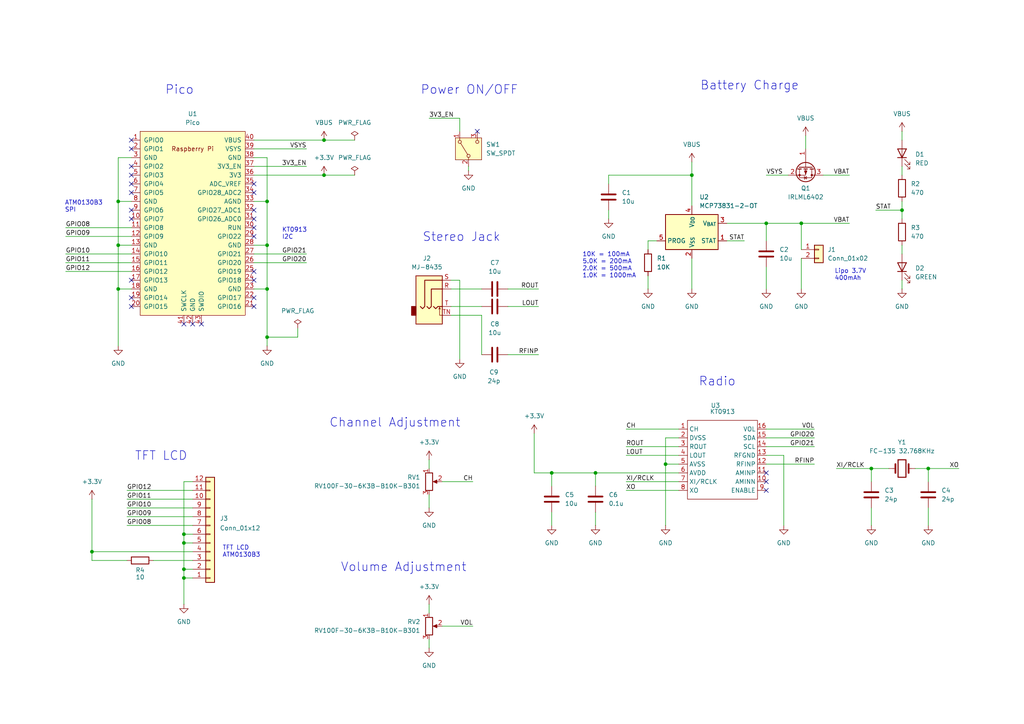
<source format=kicad_sch>
(kicad_sch (version 20231120) (generator "eeschema") (generator_version "8.0")
  (paper "A4")
  (title_block (title "DSP Radio") (date "2024-09-04") (rev "1.0.0") (company "stonedev-app"))
  (lib_symbols
    (symbol "Battery_Management:MCP73831-2-OT"
      (property "Reference" "U" (at -7.62 6.35 0))
      (property "Value" "MCP73831-2-OT" (at 1.27 6.35 0))
      (symbol "MCP73831-2-OT_0_1"
        (rectangle (start -7.62 5.08) (end 7.62 -5.08) (stroke (width 0.254)) (fill (type background)))
      )
      (symbol "MCP73831-2-OT_1_1"
        (pin tri_state line (at 10.16 -2.54 180) (length 2.54) (name "STAT") (number "1"))
        (pin power_in line (at 0 -7.62 90) (length 2.54) (name "V_{SS}") (number "2"))
        (pin power_out line (at 10.16 2.54 180) (length 2.54) (name "V_{BAT}") (number "3"))
        (pin power_in line (at 0 7.62 270) (length 2.54) (name "V_{DD}") (number "4"))
        (pin input line (at -10.16 -2.54 0) (length 2.54) (name "PROG") (number "5"))
      )
    )
    (symbol "Connector_Audio:AudioJack3_SwitchT"
      (property "Reference" "J" (at 0 8.89 0))
      (property "Value" "AudioJack3_SwitchT" (at 0 6.35 0))
      (symbol "AudioJack3_SwitchT_0_1"
        (rectangle (start -5.08 -5.08) (end -6.35 -7.62) (stroke (width 0.254)) (fill (type outline)))
        (polyline (pts (xy 1.778 -5.334) (xy 2.032 -5.842)))
        (polyline (pts (xy 0 -5.08) (xy 0.635 -5.715) (xy 1.27 -5.08) (xy 2.54 -5.08)) (stroke (width 0.254)))
        (polyline (pts (xy 2.54 -7.62) (xy 1.778 -7.62) (xy 1.778 -5.334) (xy 1.524 -5.842)))
        (polyline (pts (xy -1.905 -5.08) (xy -1.27 -5.715) (xy -0.635 -5.08) (xy -0.635 0) (xy 2.54 0)) (stroke (width 0.254)))
        (polyline (pts (xy 2.54 2.54) (xy -2.54 2.54) (xy -2.54 -5.08) (xy -3.175 -5.715) (xy -3.81 -5.08)) (stroke (width 0.254)))
        (rectangle (start 2.54 3.81) (end -5.08 -10.16) (stroke (width 0.254)) (fill (type background)))
      )
      (symbol "AudioJack3_SwitchT_1_1"
        (pin passive line (at 5.08 0 180) (length 2.54) (name "~") (number "R"))
        (pin passive line (at 5.08 2.54 180) (length 2.54) (name "~") (number "S"))
        (pin passive line (at 5.08 -5.08 180) (length 2.54) (name "~") (number "T"))
        (pin passive line (at 5.08 -7.62 180) (length 2.54) (name "~") (number "TN"))
      )
    )
    (symbol "Connector_Generic:Conn_01x02" (pin_names (offset 1.016) hide)
      (property "Reference" "J" (at 0 2.54 0))
      (property "Value" "Conn_01x02" (at 0 -5.08 0))
      (symbol "Conn_01x02_1_1"
        (rectangle (start -1.27 -2.413) (end 0 -2.667) (stroke (width 0.1524)))
        (rectangle (start -1.27 0.127) (end 0 -0.127) (stroke (width 0.1524)))
        (rectangle (start -1.27 1.27) (end 1.27 -3.81) (stroke (width 0.254)) (fill (type background)))
        (pin passive line (at -5.08 0 0) (length 3.81) (name "Pin_1") (number "1"))
        (pin passive line (at -5.08 -2.54 0) (length 3.81) (name "Pin_2") (number "2"))
      )
    )
    (symbol "Connector_Generic:Conn_01x12" (pin_names (offset 1.016) hide)
      (property "Reference" "J" (at 0 15.24 0))
      (property "Value" "Conn_01x12" (at 0 -17.78 0))
      (symbol "Conn_01x12_1_1"
        (rectangle (start -1.27 -15.113) (end 0 -15.367) (stroke (width 0.1524)))
        (rectangle (start -1.27 -12.573) (end 0 -12.827) (stroke (width 0.1524)))
        (rectangle (start -1.27 -10.033) (end 0 -10.287) (stroke (width 0.1524)))
        (rectangle (start -1.27 -7.493) (end 0 -7.747) (stroke (width 0.1524)))
        (rectangle (start -1.27 -4.953) (end 0 -5.207) (stroke (width 0.1524)))
        (rectangle (start -1.27 -2.413) (end 0 -2.667) (stroke (width 0.1524)))
        (rectangle (start -1.27 0.127) (end 0 -0.127) (stroke (width 0.1524)))
        (rectangle (start -1.27 2.667) (end 0 2.413) (stroke (width 0.1524)))
        (rectangle (start -1.27 5.207) (end 0 4.953) (stroke (width 0.1524)))
        (rectangle (start -1.27 7.747) (end 0 7.493) (stroke (width 0.1524)))
        (rectangle (start -1.27 10.287) (end 0 10.033) (stroke (width 0.1524)))
        (rectangle (start -1.27 12.827) (end 0 12.573) (stroke (width 0.1524)))
        (rectangle (start -1.27 13.97) (end 1.27 -16.51) (stroke (width 0.254)) (fill (type background)))
        (pin passive line (at -5.08 12.7 0) (length 3.81) (name "Pin_1") (number "1"))
        (pin passive line (at -5.08 -10.16 0) (length 3.81) (name "Pin_10") (number "10"))
        (pin passive line (at -5.08 -12.7 0) (length 3.81) (name "Pin_11") (number "11"))
        (pin passive line (at -5.08 -15.24 0) (length 3.81) (name "Pin_12") (number "12"))
        (pin passive line (at -5.08 10.16 0) (length 3.81) (name "Pin_2") (number "2"))
        (pin passive line (at -5.08 7.62 0) (length 3.81) (name "Pin_3") (number "3"))
        (pin passive line (at -5.08 5.08 0) (length 3.81) (name "Pin_4") (number "4"))
        (pin passive line (at -5.08 2.54 0) (length 3.81) (name "Pin_5") (number "5"))
        (pin passive line (at -5.08 0 0) (length 3.81) (name "Pin_6") (number "6"))
        (pin passive line (at -5.08 -2.54 0) (length 3.81) (name "Pin_7") (number "7"))
        (pin passive line (at -5.08 -5.08 0) (length 3.81) (name "Pin_8") (number "8"))
        (pin passive line (at -5.08 -7.62 0) (length 3.81) (name "Pin_9") (number "9"))
      )
    )
    (symbol "Device:C" (pin_numbers hide) (pin_names (offset 0.254))
      (property "Reference" "C" (at 0.635 2.54 0))
      (property "Value" "C" (at 0.635 -2.54 0))
      (symbol "C_0_1"
        (polyline (pts (xy -2.032 -0.762) (xy 2.032 -0.762)) (stroke (width 0.508)))
        (polyline (pts (xy -2.032 0.762) (xy 2.032 0.762)) (stroke (width 0.508)))
      )
      (symbol "C_1_1"
        (pin passive line (at 0 3.81 270) (length 2.794) (name "~") (number "1"))
        (pin passive line (at 0 -3.81 90) (length 2.794) (name "~") (number "2"))
      )
    )
    (symbol "Device:Crystal" (pin_numbers hide) (pin_names (offset 1.016) hide)
      (property "Reference" "Y" (at 0 3.81 0))
      (property "Value" "Crystal" (at 0 -3.81 0))
      (symbol "Crystal_0_1"
        (rectangle (start -1.143 2.54) (end 1.143 -2.54) (stroke (width 0.3048)))
        (polyline (pts (xy -2.54 0) (xy -1.905 0)))
        (polyline (pts (xy -1.905 -1.27) (xy -1.905 1.27)) (stroke (width 0.508)))
        (polyline (pts (xy 1.905 -1.27) (xy 1.905 1.27)) (stroke (width 0.508)))
        (polyline (pts (xy 2.54 0) (xy 1.905 0)))
      )
      (symbol "Crystal_1_1"
        (pin passive line (at -3.81 0 0) (length 1.27) (name "1") (number "1"))
        (pin passive line (at 3.81 0 180) (length 1.27) (name "2") (number "2"))
      )
    )
    (symbol "Device:LED" (pin_numbers hide) (pin_names (offset 1.016) hide)
      (property "Reference" "D" (at 0 2.54 0))
      (property "Value" "LED" (at 0 -2.54 0))
      (symbol "LED_0_1"
        (polyline (pts (xy -1.27 -1.27) (xy -1.27 1.27)) (stroke (width 0.254)))
        (polyline (pts (xy -1.27 0) (xy 1.27 0)))
        (polyline (pts (xy 1.27 -1.27) (xy 1.27 1.27) (xy -1.27 0) (xy 1.27 -1.27)) (stroke (width 0.254)))
        (polyline (pts (xy -3.048 -0.762) (xy -4.572 -2.286) (xy -3.81 -2.286) (xy -4.572 -2.286) (xy -4.572 -1.524)))
        (polyline (pts (xy -1.778 -0.762) (xy -3.302 -2.286) (xy -2.54 -2.286) (xy -3.302 -2.286) (xy -3.302 -1.524)))
      )
      (symbol "LED_1_1"
        (pin passive line (at -3.81 0 0) (length 2.54) (name "K") (number "1"))
        (pin passive line (at 3.81 0 180) (length 2.54) (name "A") (number "2"))
      )
    )
    (symbol "Device:R" (pin_numbers hide) (pin_names (offset 0))
      (property "Reference" "R" (at 2.032 0 90))
      (property "Value" "R" (at 0 0 90))
      (symbol "R_0_1"
        (rectangle (start -1.016 -2.54) (end 1.016 2.54) (stroke (width 0.254)))
      )
      (symbol "R_1_1"
        (pin passive line (at 0 3.81 270) (length 1.27) (name "~") (number "1"))
        (pin passive line (at 0 -3.81 90) (length 1.27) (name "~") (number "2"))
      )
    )
    (symbol "Device:R_Potentiometer" (pin_names (offset 1.016) hide)
      (property "Reference" "RV" (at -4.445 0 90))
      (property "Value" "R_Potentiometer" (at -2.54 0 90))
      (symbol "R_Potentiometer_0_1"
        (polyline (pts (xy 2.54 0) (xy 1.524 0)))
        (polyline (pts (xy 1.143 0) (xy 2.286 0.508) (xy 2.286 -0.508) (xy 1.143 0)) (fill (type outline)))
        (rectangle (start 1.016 2.54) (end -1.016 -2.54) (stroke (width 0.254)))
      )
      (symbol "R_Potentiometer_1_1"
        (pin passive line (at 0 3.81 270) (length 1.27) (name "1") (number "1"))
        (pin passive line (at 3.81 0 180) (length 1.27) (name "2") (number "2"))
        (pin passive line (at 0 -3.81 90) (length 1.27) (name "3") (number "3"))
      )
    )
    (symbol "KTMicro:KT0913"
      (property "Reference" "U" (at -2.032 14.478 0))
      (property "Value" "KT0913" (at 0.762 11.938 0))
      (symbol "KT0913_0_1"
        (rectangle (start -10.16 10.16) (end 10.16 -12.7))
      )
      (symbol "KT0913_1_0"
        (pin passive line (at 12.7 -7.62 180) (length 2.54) (name "AMINN") (number "10"))
        (pin passive line (at 12.7 -5.08 180) (length 2.54) (name "AMINP") (number "11"))
        (pin passive line (at 12.7 -2.54 180) (length 2.54) (name "RFINP") (number "12"))
        (pin passive line (at 12.7 0 180) (length 2.54) (name "RFGND") (number "13"))
        (pin passive line (at 12.7 2.54 180) (length 2.54) (name "SCL") (number "14"))
        (pin passive line (at 12.7 5.08 180) (length 2.54) (name "SDA") (number "15"))
        (pin passive line (at 12.7 7.62 180) (length 2.54) (name "VOL") (number "16"))
        (pin passive line (at -12.7 5.08 0) (length 2.54) (name "DVSS") (number "2"))
        (pin passive line (at -12.7 2.54 0) (length 2.54) (name "ROUT") (number "3"))
        (pin passive line (at -12.7 0 0) (length 2.54) (name "LOUT") (number "4"))
        (pin passive line (at -12.7 -2.54 0) (length 2.54) (name "AVSS") (number "5"))
        (pin passive line (at -12.7 -5.08 0) (length 2.54) (name "AVDD") (number "6"))
        (pin passive line (at -12.7 -7.62 0) (length 2.54) (name "XI/RCLK") (number "7"))
        (pin passive line (at -12.7 -10.16 0) (length 2.54) (name "XO") (number "8"))
        (pin passive line (at 12.7 -10.16 180) (length 2.54) (name "ENABLE") (number "9"))
      )
      (symbol "KT0913_1_1"
        (pin passive line (at -12.7 7.62 0) (length 2.54) (name "CH") (number "1"))
      )
    )
    (symbol "RPi_Pico:Pico" (pin_names (offset 1.016))
      (property "Reference" "U" (at -13.97 27.94 0))
      (property "Value" "Pico" (at 0 19.05 0))
      (symbol "Pico_0_0"
        (text "Raspberry Pi" (at 0 21.59 0) (effects (font (size 1.27 1.27))))
      )
      (symbol "Pico_0_1"
        (rectangle (start -15.24 26.67) (end 15.24 -26.67) (fill (type background)))
      )
      (symbol "Pico_1_1"
        (pin bidirectional line (at -17.78 24.13 0) (length 2.54) (name "GPIO0") (number "1"))
        (pin bidirectional line (at -17.78 1.27 0) (length 2.54) (name "GPIO7") (number "10"))
        (pin bidirectional line (at -17.78 -1.27 0) (length 2.54) (name "GPIO8") (number "11"))
        (pin bidirectional line (at -17.78 -3.81 0) (length 2.54) (name "GPIO9") (number "12"))
        (pin power_in line (at -17.78 -6.35 0) (length 2.54) (name "GND") (number "13"))
        (pin bidirectional line (at -17.78 -8.89 0) (length 2.54) (name "GPIO10") (number "14"))
        (pin bidirectional line (at -17.78 -11.43 0) (length 2.54) (name "GPIO11") (number "15"))
        (pin bidirectional line (at -17.78 -13.97 0) (length 2.54) (name "GPIO12") (number "16"))
        (pin bidirectional line (at -17.78 -16.51 0) (length 2.54) (name "GPIO13") (number "17"))
        (pin power_in line (at -17.78 -19.05 0) (length 2.54) (name "GND") (number "18"))
        (pin bidirectional line (at -17.78 -21.59 0) (length 2.54) (name "GPIO14") (number "19"))
        (pin bidirectional line (at -17.78 21.59 0) (length 2.54) (name "GPIO1") (number "2"))
        (pin bidirectional line (at -17.78 -24.13 0) (length 2.54) (name "GPIO15") (number "20"))
        (pin bidirectional line (at 17.78 -24.13 180) (length 2.54) (name "GPIO16") (number "21"))
        (pin bidirectional line (at 17.78 -21.59 180) (length 2.54) (name "GPIO17") (number "22"))
        (pin power_in line (at 17.78 -19.05 180) (length 2.54) (name "GND") (number "23"))
        (pin bidirectional line (at 17.78 -16.51 180) (length 2.54) (name "GPIO18") (number "24"))
        (pin bidirectional line (at 17.78 -13.97 180) (length 2.54) (name "GPIO19") (number "25"))
        (pin bidirectional line (at 17.78 -11.43 180) (length 2.54) (name "GPIO20") (number "26"))
        (pin bidirectional line (at 17.78 -8.89 180) (length 2.54) (name "GPIO21") (number "27"))
        (pin power_in line (at 17.78 -6.35 180) (length 2.54) (name "GND") (number "28"))
        (pin bidirectional line (at 17.78 -3.81 180) (length 2.54) (name "GPIO22") (number "29"))
        (pin power_in line (at -17.78 19.05 0) (length 2.54) (name "GND") (number "3"))
        (pin input line (at 17.78 -1.27 180) (length 2.54) (name "RUN") (number "30"))
        (pin bidirectional line (at 17.78 1.27 180) (length 2.54) (name "GPIO26_ADC0") (number "31"))
        (pin bidirectional line (at 17.78 3.81 180) (length 2.54) (name "GPIO27_ADC1") (number "32"))
        (pin power_in line (at 17.78 6.35 180) (length 2.54) (name "AGND") (number "33"))
        (pin bidirectional line (at 17.78 8.89 180) (length 2.54) (name "GPIO28_ADC2") (number "34"))
        (pin unspecified line (at 17.78 11.43 180) (length 2.54) (name "ADC_VREF") (number "35"))
        (pin unspecified line (at 17.78 13.97 180) (length 2.54) (name "3V3") (number "36"))
        (pin input line (at 17.78 16.51 180) (length 2.54) (name "3V3_EN") (number "37"))
        (pin bidirectional line (at 17.78 19.05 180) (length 2.54) (name "GND") (number "38"))
        (pin unspecified line (at 17.78 21.59 180) (length 2.54) (name "VSYS") (number "39"))
        (pin bidirectional line (at -17.78 16.51 0) (length 2.54) (name "GPIO2") (number "4"))
        (pin unspecified line (at 17.78 24.13 180) (length 2.54) (name "VBUS") (number "40"))
        (pin input line (at -2.54 -29.21 90) (length 2.54) (name "SWCLK") (number "41"))
        (pin power_in line (at 0 -29.21 90) (length 2.54) (name "GND") (number "42"))
        (pin bidirectional line (at 2.54 -29.21 90) (length 2.54) (name "SWDIO") (number "43"))
        (pin bidirectional line (at -17.78 13.97 0) (length 2.54) (name "GPIO3") (number "5"))
        (pin bidirectional line (at -17.78 11.43 0) (length 2.54) (name "GPIO4") (number "6"))
        (pin bidirectional line (at -17.78 8.89 0) (length 2.54) (name "GPIO5") (number "7"))
        (pin power_in line (at -17.78 6.35 0) (length 2.54) (name "GND") (number "8"))
        (pin bidirectional line (at -17.78 3.81 0) (length 2.54) (name "GPIO6") (number "9"))
      )
    )
    (symbol "Switch:SW_SPDT" (pin_names (offset 0) hide)
      (property "Reference" "SW" (at 0 5.08 0))
      (property "Value" "SW_SPDT" (at 0 -5.08 0))
      (symbol "SW_SPDT_0_1"
        (circle (center -2.032 0) (radius 0.4572))
        (polyline (pts (xy -1.651 0.254) (xy 1.651 2.286)))
        (circle (center 2.032 -2.54) (radius 0.4572))
        (circle (center 2.032 2.54) (radius 0.4572))
      )
      (symbol "SW_SPDT_1_1"
        (rectangle (start -3.175 3.81) (end 3.175 -3.81) (fill (type background)))
        (pin passive line (at 5.08 2.54 180) (length 2.54) (name "A") (number "1"))
        (pin passive line (at -5.08 0 0) (length 2.54) (name "B") (number "2"))
        (pin passive line (at 5.08 -2.54 180) (length 2.54) (name "C") (number "3"))
      )
    )
    (symbol "Transistor_FET:IRLML6402" (pin_names hide)
      (property "Reference" "Q" (at 5.08 1.905 0))
      (property "Value" "IRLML6402" (at 5.08 0 0))
      (symbol "IRLML6402_0_1"
        (polyline (pts (xy 0.254 0) (xy -2.54 0)))
        (polyline (pts (xy 0.254 1.905) (xy 0.254 -1.905)) (stroke (width 0.254)))
        (polyline (pts (xy 0.762 -1.27) (xy 0.762 -2.286)) (stroke (width 0.254)))
        (polyline (pts (xy 0.762 0.508) (xy 0.762 -0.508)) (stroke (width 0.254)))
        (polyline (pts (xy 0.762 2.286) (xy 0.762 1.27)) (stroke (width 0.254)))
        (polyline (pts (xy 2.54 2.54) (xy 2.54 1.778)))
        (polyline (pts (xy 2.54 -2.54) (xy 2.54 0) (xy 0.762 0)))
        (polyline (pts (xy 0.762 1.778) (xy 3.302 1.778) (xy 3.302 -1.778) (xy 0.762 -1.778)))
        (polyline (pts (xy 2.286 0) (xy 1.27 0.381) (xy 1.27 -0.381) (xy 2.286 0)) (fill (type outline)))
        (polyline (pts (xy 2.794 -0.508) (xy 2.921 -0.381) (xy 3.683 -0.381) (xy 3.81 -0.254)))
        (polyline (pts (xy 3.302 -0.381) (xy 2.921 0.254) (xy 3.683 0.254) (xy 3.302 -0.381)))
        (circle (center 1.651 0) (radius 2.794) (stroke (width 0.254)))
        (circle (center 2.54 -1.778) (radius 0.254) (fill (type outline)))
        (circle (center 2.54 1.778) (radius 0.254) (fill (type outline)))
      )
      (symbol "IRLML6402_1_1"
        (pin input line (at -5.08 0 0) (length 2.54) (name "G") (number "1"))
        (pin passive line (at 2.54 -5.08 90) (length 2.54) (name "S") (number "2"))
        (pin passive line (at 2.54 5.08 270) (length 2.54) (name "D") (number "3"))
      )
    )
    (symbol "power:+3.3V" (power) (pin_numbers hide) (pin_names (offset 0) hide)
      (property "Value" "+3.3V" (at 0 3.556 0))
      (symbol "+3.3V_0_1"
        (polyline (pts (xy -0.762 1.27) (xy 0 2.54)))
        (polyline (pts (xy 0 0) (xy 0 2.54)))
        (polyline (pts (xy 0 2.54) (xy 0.762 1.27)))
      )
      (symbol "+3.3V_1_1"
        (pin power_in line (at 0 0 90) (length 0) (name "~") (number "1"))
      )
    )
    (symbol "power:GND" (power) (pin_numbers hide) (pin_names (offset 0) hide)
      (property "Value" "GND" (at 0 -3.81 0))
      (symbol "GND_0_1"
        (polyline (pts (xy 0 0) (xy 0 -1.27) (xy 1.27 -1.27) (xy 0 -2.54) (xy -1.27 -1.27) (xy 0 -1.27)))
      )
      (symbol "GND_1_1"
        (pin power_in line (at 0 0 270) (length 0) (name "~") (number "1"))
      )
    )
    (symbol "power:PWR_FLAG" (power) (pin_numbers hide) (pin_names (offset 0) hide)
      (property "Value" "PWR_FLAG" (at 0 3.81 0))
      (symbol "PWR_FLAG_0_0"
        (pin power_out line (at 0 0 90) (length 0) (name "~") (number "1"))
      )
      (symbol "PWR_FLAG_0_1"
        (polyline (pts (xy 0 0) (xy 0 1.27) (xy -1.016 1.905) (xy 0 2.54) (xy 1.016 1.905) (xy 0 1.27)))
      )
    )
    (symbol "power:VBUS" (power) (pin_numbers hide) (pin_names (offset 0) hide)
      (property "Value" "VBUS" (at 0 3.556 0))
      (symbol "VBUS_0_1"
        (polyline (pts (xy -0.762 1.27) (xy 0 2.54)))
        (polyline (pts (xy 0 0) (xy 0 2.54)))
        (polyline (pts (xy 0 2.54) (xy 0.762 1.27)))
      )
      (symbol "VBUS_1_1"
        (pin power_in line (at 0 0 90) (length 0) (name "~") (number "1"))
      )
    )
  )
  (junction (at 34.29 58.42))
  (junction (at 222.25 64.77))
  (junction (at 34.29 83.82))
  (junction (at 93.98 50.8))
  (junction (at 193.04 134.62))
  (junction (at 53.34 167.64))
  (junction (at 34.29 71.12))
  (junction (at 93.98 40.64))
  (junction (at 252.73 135.89))
  (junction (at 160.02 137.16))
  (junction (at 53.34 154.94))
  (junction (at 77.47 71.12))
  (junction (at 26.67 160.02))
  (junction (at 77.47 97.79))
  (junction (at 269.24 135.89))
  (junction (at 77.47 83.82))
  (junction (at 53.34 165.1))
  (junction (at 200.66 50.8))
  (junction (at 172.72 137.16))
  (junction (at 261.62 60.96))
  (junction (at 77.47 58.42))
  (junction (at 53.34 157.48))
  (junction (at 232.41 64.77))
  (no_connect (at 73.66 88.9))
  (no_connect (at 73.66 60.96))
  (no_connect (at 38.1 48.26))
  (no_connect (at 73.66 66.04))
  (no_connect (at 38.1 40.64))
  (no_connect (at 38.1 53.34))
  (no_connect (at 38.1 88.9))
  (no_connect (at 73.66 63.5))
  (no_connect (at 222.25 142.24))
  (no_connect (at 73.66 53.34))
  (no_connect (at 138.43 38.1))
  (no_connect (at 38.1 50.8))
  (no_connect (at 73.66 78.74))
  (no_connect (at 55.88 93.98))
  (no_connect (at 53.34 93.98))
  (no_connect (at 38.1 63.5))
  (no_connect (at 222.25 137.16))
  (no_connect (at 38.1 60.96))
  (no_connect (at 38.1 55.88))
  (no_connect (at 222.25 139.7))
  (no_connect (at 73.66 68.58))
  (no_connect (at 38.1 86.36))
  (no_connect (at 58.42 93.98))
  (no_connect (at 73.66 81.28))
  (no_connect (at 73.66 55.88))
  (no_connect (at 38.1 81.28))
  (no_connect (at 73.66 86.36))
  (no_connect (at 38.1 43.18))
  (wire (pts (xy 160.02 148.59) (xy 160.02 152.4)))
  (wire (pts (xy 53.34 154.94) (xy 53.34 157.48)))
  (wire (pts (xy 130.81 81.28) (xy 133.35 81.28)))
  (wire (pts (xy 222.25 50.8) (xy 228.6 50.8)))
  (wire (pts (xy 147.32 83.82) (xy 156.21 83.82)))
  (wire (pts (xy 193.04 134.62) (xy 193.04 152.4)))
  (wire (pts (xy 139.7 91.44) (xy 139.7 102.87)))
  (wire (pts (xy 73.66 71.12) (xy 77.47 71.12)))
  (wire (pts (xy 222.25 132.08) (xy 227.33 132.08)))
  (wire (pts (xy 187.96 80.01) (xy 187.96 83.82)))
  (wire (pts (xy 86.36 95.25) (xy 86.36 97.79)))
  (wire (pts (xy 86.36 97.79) (xy 77.47 97.79)))
  (wire (pts (xy 124.46 34.29) (xy 133.35 34.29)))
  (wire (pts (xy 227.33 132.08) (xy 227.33 152.4)))
  (wire (pts (xy 252.73 135.89) (xy 252.73 139.7)))
  (wire (pts (xy 187.96 69.85) (xy 187.96 72.39)))
  (wire (pts (xy 261.62 38.1) (xy 261.62 40.64)))
  (wire (pts (xy 130.81 83.82) (xy 139.7 83.82)))
  (wire (pts (xy 77.47 83.82) (xy 77.47 97.79)))
  (wire (pts (xy 128.27 181.61) (xy 137.16 181.61)))
  (wire (pts (xy 193.04 134.62) (xy 196.85 134.62)))
  (wire (pts (xy 222.25 77.47) (xy 222.25 83.82)))
  (wire (pts (xy 222.25 129.54) (xy 236.22 129.54)))
  (wire (pts (xy 53.34 167.64) (xy 53.34 175.26)))
  (wire (pts (xy 233.68 39.37) (xy 233.68 43.18)))
  (wire (pts (xy 147.32 88.9) (xy 156.21 88.9)))
  (wire (pts (xy 269.24 147.32) (xy 269.24 152.4)))
  (wire (pts (xy 200.66 50.8) (xy 200.66 59.69)))
  (wire (pts (xy 19.05 73.66) (xy 38.1 73.66)))
  (wire (pts (xy 181.61 142.24) (xy 196.85 142.24)))
  (wire (pts (xy 55.88 139.7) (xy 53.34 139.7)))
  (wire (pts (xy 36.83 162.56) (xy 26.67 162.56)))
  (wire (pts (xy 73.66 48.26) (xy 88.9 48.26)))
  (wire (pts (xy 222.25 64.77) (xy 222.25 69.85)))
  (wire (pts (xy 133.35 34.29) (xy 133.35 38.1)))
  (wire (pts (xy 77.47 45.72) (xy 77.47 58.42)))
  (wire (pts (xy 200.66 74.93) (xy 200.66 83.82)))
  (wire (pts (xy 55.88 160.02) (xy 26.67 160.02)))
  (wire (pts (xy 124.46 133.35) (xy 124.46 135.89)))
  (wire (pts (xy 252.73 135.89) (xy 257.81 135.89)))
  (wire (pts (xy 55.88 157.48) (xy 53.34 157.48)))
  (wire (pts (xy 147.32 102.87) (xy 156.21 102.87)))
  (wire (pts (xy 269.24 135.89) (xy 278.13 135.89)))
  (wire (pts (xy 124.46 175.26) (xy 124.46 177.8)))
  (wire (pts (xy 261.62 60.96) (xy 261.62 63.5)))
  (wire (pts (xy 200.66 46.99) (xy 200.66 50.8)))
  (wire (pts (xy 73.66 43.18) (xy 88.9 43.18)))
  (wire (pts (xy 160.02 137.16) (xy 154.94 137.16)))
  (wire (pts (xy 44.45 162.56) (xy 55.88 162.56)))
  (wire (pts (xy 176.53 50.8) (xy 200.66 50.8)))
  (wire (pts (xy 77.47 58.42) (xy 77.47 71.12)))
  (wire (pts (xy 124.46 143.51) (xy 124.46 147.32)))
  (wire (pts (xy 34.29 71.12) (xy 34.29 83.82)))
  (wire (pts (xy 154.94 137.16) (xy 154.94 125.73)))
  (wire (pts (xy 36.83 152.4) (xy 55.88 152.4)))
  (wire (pts (xy 160.02 137.16) (xy 160.02 140.97)))
  (wire (pts (xy 196.85 127) (xy 193.04 127)))
  (wire (pts (xy 73.66 83.82) (xy 77.47 83.82)))
  (wire (pts (xy 261.62 58.42) (xy 261.62 60.96)))
  (wire (pts (xy 26.67 160.02) (xy 26.67 144.78)))
  (wire (pts (xy 265.43 135.89) (xy 269.24 135.89)))
  (wire (pts (xy 36.83 149.86) (xy 55.88 149.86)))
  (wire (pts (xy 38.1 71.12) (xy 34.29 71.12)))
  (wire (pts (xy 34.29 83.82) (xy 34.29 100.33)))
  (wire (pts (xy 130.81 91.44) (xy 139.7 91.44)))
  (wire (pts (xy 172.72 137.16) (xy 160.02 137.16)))
  (wire (pts (xy 19.05 76.2) (xy 38.1 76.2)))
  (wire (pts (xy 19.05 68.58) (xy 38.1 68.58)))
  (wire (pts (xy 53.34 165.1) (xy 55.88 165.1)))
  (wire (pts (xy 232.41 64.77) (xy 246.38 64.77)))
  (wire (pts (xy 36.83 144.78) (xy 55.88 144.78)))
  (wire (pts (xy 34.29 45.72) (xy 34.29 58.42)))
  (wire (pts (xy 38.1 83.82) (xy 34.29 83.82)))
  (wire (pts (xy 222.25 127) (xy 236.22 127)))
  (wire (pts (xy 55.88 154.94) (xy 53.34 154.94)))
  (wire (pts (xy 73.66 73.66) (xy 88.9 73.66)))
  (wire (pts (xy 222.25 64.77) (xy 232.41 64.77)))
  (wire (pts (xy 190.5 69.85) (xy 187.96 69.85)))
  (wire (pts (xy 55.88 167.64) (xy 53.34 167.64)))
  (wire (pts (xy 176.53 53.34) (xy 176.53 50.8)))
  (wire (pts (xy 38.1 58.42) (xy 34.29 58.42)))
  (wire (pts (xy 172.72 137.16) (xy 172.72 140.97)))
  (wire (pts (xy 269.24 135.89) (xy 269.24 139.7)))
  (wire (pts (xy 73.66 45.72) (xy 77.47 45.72)))
  (wire (pts (xy 196.85 137.16) (xy 172.72 137.16)))
  (wire (pts (xy 73.66 76.2) (xy 88.9 76.2)))
  (wire (pts (xy 93.98 40.64) (xy 102.87 40.64)))
  (wire (pts (xy 26.67 162.56) (xy 26.67 160.02)))
  (wire (pts (xy 124.46 185.42) (xy 124.46 187.96)))
  (wire (pts (xy 77.47 71.12) (xy 77.47 83.82)))
  (wire (pts (xy 93.98 50.8) (xy 102.87 50.8)))
  (wire (pts (xy 34.29 58.42) (xy 34.29 71.12)))
  (wire (pts (xy 77.47 97.79) (xy 77.47 100.33)))
  (wire (pts (xy 73.66 40.64) (xy 93.98 40.64)))
  (wire (pts (xy 193.04 127) (xy 193.04 134.62)))
  (wire (pts (xy 176.53 60.96) (xy 176.53 63.5)))
  (wire (pts (xy 19.05 78.74) (xy 38.1 78.74)))
  (wire (pts (xy 135.89 48.26) (xy 135.89 49.53)))
  (wire (pts (xy 38.1 45.72) (xy 34.29 45.72)))
  (wire (pts (xy 261.62 48.26) (xy 261.62 50.8)))
  (wire (pts (xy 53.34 139.7) (xy 53.34 154.94)))
  (wire (pts (xy 133.35 81.28) (xy 133.35 104.14)))
  (wire (pts (xy 181.61 124.46) (xy 196.85 124.46)))
  (wire (pts (xy 181.61 129.54) (xy 196.85 129.54)))
  (wire (pts (xy 232.41 74.93) (xy 232.41 83.82)))
  (wire (pts (xy 181.61 132.08) (xy 196.85 132.08)))
  (wire (pts (xy 128.27 139.7) (xy 137.16 139.7)))
  (wire (pts (xy 172.72 148.59) (xy 172.72 152.4)))
  (wire (pts (xy 261.62 81.28) (xy 261.62 83.82)))
  (wire (pts (xy 222.25 134.62) (xy 236.22 134.62)))
  (wire (pts (xy 261.62 71.12) (xy 261.62 73.66)))
  (wire (pts (xy 210.82 64.77) (xy 222.25 64.77)))
  (wire (pts (xy 254 60.96) (xy 261.62 60.96)))
  (wire (pts (xy 130.81 88.9) (xy 139.7 88.9)))
  (wire (pts (xy 19.05 66.04) (xy 38.1 66.04)))
  (wire (pts (xy 210.82 69.85) (xy 215.9 69.85)))
  (wire (pts (xy 238.76 50.8) (xy 246.38 50.8)))
  (wire (pts (xy 53.34 157.48) (xy 53.34 165.1)))
  (wire (pts (xy 73.66 50.8) (xy 93.98 50.8)))
  (wire (pts (xy 252.73 147.32) (xy 252.73 152.4)))
  (wire (pts (xy 242.57 135.89) (xy 252.73 135.89)))
  (wire (pts (xy 53.34 165.1) (xy 53.34 167.64)))
  (wire (pts (xy 222.25 124.46) (xy 236.22 124.46)))
  (wire (pts (xy 36.83 147.32) (xy 55.88 147.32)))
  (wire (pts (xy 36.83 142.24) (xy 55.88 142.24)))
  (wire (pts (xy 181.61 139.7) (xy 196.85 139.7)))
  (wire (pts (xy 232.41 64.77) (xy 232.41 72.39)))
  (wire (pts (xy 73.66 58.42) (xy 77.47 58.42)))
  (text "Volume Adjustment" (at 117.094 164.592 0) (effects (font (size 2.54 2.54))))
  (text "Battery Charge" (at 217.424 24.892 0) (effects (font (size 2.54 2.54))))
  (text "Stereo Jack" (at 133.858 68.834 0) (effects (font (size 2.54 2.54))))
  (text "Pico" (at 52.07 26.162 0) (effects (font (size 2.54 2.54))))
  (text "Radio" (at 208.026 110.744 0) (effects (font (size 2.54 2.54))))
  (text "10K = 100mA\n5.0K = 200mA\n2.0K = 500mA\n1.0K = 1000mA" (at 168.91 76.962 0) (effects (font (size 1.27 1.27)) (justify left)))
  (text "Power ON/OFF" (at 136.144 26.162 0) (effects (font (size 2.54 2.54))))
  (text "Lipo 3.7V\n400mAh" (at 242.062 79.756 0) (effects (font (size 1.27 1.27)) (justify left)))
  (text "TFT LCD\nATM0130B3" (at 64.516 160.02 0) (effects (font (size 1.27 1.27)) (justify left)))
  (text "Channel Adjustment" (at 114.554 122.682 0) (effects (font (size 2.54 2.54))))
  (text "TFT LCD" (at 46.736 132.334 0) (effects (font (size 2.54 2.54))))
  (text "ATM0130B3\nSPI" (at 18.796 59.944 0) (effects (font (size 1.27 1.27)) (justify left)))
  (text "KT0913\nI2C" (at 81.788 67.818 0) (effects (font (size 1.27 1.27)) (justify left)))
  (label "GPIO10" (at 36.83 147.32 0))
  (label "GPIO21" (at 88.9 73.66 180))
  (label "RFINP" (at 156.21 102.87 180))
  (label "VBAT" (at 246.38 64.77 180))
  (label "GPIO08" (at 36.83 152.4 0))
  (label "CH" (at 181.61 124.46 0))
  (label "RFINP" (at 236.22 134.62 180))
  (label "LOUT" (at 156.21 88.9 180))
  (label "XI{slash}RCLK" (at 242.57 135.89 0))
  (label "GPIO08" (at 19.05 66.04 0))
  (label "CH" (at 137.16 139.7 180))
  (label "GPIO20" (at 88.9 76.2 180))
  (label "GPIO11" (at 36.83 144.78 0))
  (label "ROUT" (at 156.21 83.82 180))
  (label "VSYS" (at 222.25 50.8 0))
  (label "VOL" (at 137.16 181.61 180))
  (label "GPIO09" (at 36.83 149.86 0))
  (label "STAT" (at 254 60.96 0))
  (label "XO" (at 278.13 135.89 180))
  (label "GPIO12" (at 19.05 78.74 0))
  (label "GPIO09" (at 19.05 68.58 0))
  (label "VOL" (at 236.22 124.46 180))
  (label "VBAT" (at 246.38 50.8 180))
  (label "VSYS" (at 88.9 43.18 180))
  (label "GPIO11" (at 19.05 76.2 0))
  (label "XO" (at 181.61 142.24 0))
  (label "STAT" (at 215.9 69.85 180))
  (label "LOUT" (at 181.61 132.08 0))
  (label "GPIO20" (at 236.22 127 180))
  (label "3V3_EN" (at 88.9 48.26 180))
  (label "GPIO12" (at 36.83 142.24 0))
  (label "GPIO21" (at 236.22 129.54 180))
  (label "GPIO10" (at 19.05 73.66 0))
  (label "ROUT" (at 181.61 129.54 0))
  (label "XI{slash}RCLK" (at 181.61 139.7 0))
  (label "3V3_EN" (at 124.46 34.29 0))
  (symbol (lib_id "power:VBUS") (at 200.66 46.99 0) (unit 1)
    (property "Reference" "#PWR09" (effects (hide yes)))
    (property "Value" "VBUS" (at 200.66 41.91 0))
    (property "Description" "Power symbol creates a global label with name \"VBUS\"" (effects (hide yes)))
  )
  (symbol (lib_id "power:+3.3V") (at 124.46 133.35 0) (unit 1)
    (property "Reference" "#PWR026" (effects (hide yes)))
    (property "Value" "+3.3V" (at 124.46 128.27 0))
    (property "Description" "Power symbol creates a global label with name \"+3.3V\"" (effects (hide yes)))
  )
  (symbol (lib_id "Device:C") (at 143.51 83.82 90) (unit 1)
    (property "Reference" "C7" (at 143.51 76.2 90))
    (property "Value" "10u" (at 143.51 78.74 90))
    (property "Description" "Unpolarized capacitor" (effects (hide yes)))
  )
  (symbol (lib_id "KTMicro:KT0913") (at 209.55 132.08 0) (unit 1)
    (property "Reference" "U3" (at 207.518 117.602 0))
    (property "Value" "KT0913" (at 209.55 119.38 0))
    (property "Footprint" "Package_SO:SSOP-16_3.9x4.9mm_P0.635mm" (effects (hide yes)))
  )
  (symbol (lib_id "power:GND") (at 261.62 83.82 0) (unit 1)
    (property "Reference" "#PWR015" (effects (hide yes)))
    (property "Value" "GND" (at 261.62 88.9 0))
    (property "Description" "Power symbol creates a global label with name \"GND\" , ground" (effects (hide yes)))
  )
  (symbol (lib_id "Device:C") (at 172.72 144.78 0) (unit 1)
    (property "Reference" "C6" (at 176.53 143.5099 0) (effects (justify left)))
    (property "Value" "0.1u" (at 176.53 146.0499 0) (effects (justify left)))
    (property "Description" "Unpolarized capacitor" (effects (hide yes)))
  )
  (symbol (lib_id "Device:LED") (at 261.62 77.47 90) (unit 1)
    (property "Reference" "D2" (at 265.43 77.7874 90) (effects (justify right)))
    (property "Value" "GREEN" (at 265.43 80.3274 90) (effects (justify right)))
    (property "Description" "Light emitting diode" (effects (hide yes)))
  )
  (symbol (lib_id "Battery_Management:MCP73831-2-OT") (at 200.66 67.31 0) (unit 1)
    (property "Reference" "U2" (at 202.8541 57.15 0) (effects (justify left)))
    (property "Value" "MCP73831-2-OT" (at 202.8541 59.69 0) (effects (justify left)))
    (property "Footprint" "Package_TO_SOT_SMD:SOT-23-5" (effects (hide yes)))
    (property "Datasheet" "http://ww1.microchip.com/downloads/en/DeviceDoc/20001984g.pdf" (effects (hide yes)))
    (property "Description" "Single cell, Li-Ion/Li-Po charge management controller, 4.20V, Tri-State Status Output, in SOT23-5 package" (effects (hide yes)))
  )
  (symbol (lib_id "Device:C") (at 176.53 57.15 0) (unit 1)
    (property "Reference" "C1" (at 180.34 55.8799 0) (effects (justify left)))
    (property "Value" "10u" (at 180.34 58.4199 0) (effects (justify left)))
    (property "Description" "Unpolarized capacitor" (effects (hide yes)))
  )
  (symbol (lib_id "Device:C") (at 143.51 102.87 90) (unit 1)
    (property "Reference" "C9" (at 143.256 107.95 90))
    (property "Value" "24p" (at 143.256 110.49 90))
    (property "Description" "Unpolarized capacitor" (effects (hide yes)))
  )
  (symbol (lib_id "Connector_Generic:Conn_01x02") (at 237.49 72.39 0) (unit 1)
    (property "Reference" "J1" (at 240.03 72.3899 0) (effects (justify left)))
    (property "Value" "Conn_01x02" (at 240.03 74.9299 0) (effects (justify left)))
    (property "Description" "Generic connector, single row, 01x02, script generated (kicad-library-utils/schlib/autogen/connector/)" (effects (hide yes)))
  )
  (symbol (lib_id "power:PWR_FLAG") (at 102.87 40.64 0) (unit 1)
    (property "Reference" "#FLG02" (effects (hide yes)))
    (property "Value" "PWR_FLAG" (at 102.87 35.56 0))
    (property "Description" "Special symbol for telling ERC where power comes from" (effects (hide yes)))
  )
  (symbol (lib_id "power:GND") (at 34.29 100.33 0) (unit 1)
    (property "Reference" "#PWR01" (effects (hide yes)))
    (property "Value" "GND" (at 34.29 105.41 0))
    (property "Description" "Power symbol creates a global label with name \"GND\" , ground" (effects (hide yes)))
  )
  (symbol (lib_id "Connector_Audio:AudioJack3_SwitchT") (at 125.73 83.82 0) (unit 1)
    (property "Reference" "J2" (at 123.825 74.93 0))
    (property "Value" "MJ-8435" (at 123.825 77.47 0))
    (property "Description" "Audio Jack, 3 Poles (Stereo / TRS), Switched T Pole (Normalling)" (effects (hide yes)))
  )
  (symbol (lib_id "Device:C") (at 222.25 73.66 0) (unit 1)
    (property "Reference" "C2" (at 226.06 72.3899 0) (effects (justify left)))
    (property "Value" "10u" (at 226.06 74.9299 0) (effects (justify left)))
    (property "Description" "Unpolarized capacitor" (effects (hide yes)))
  )
  (symbol (lib_id "Device:R_Potentiometer") (at 124.46 181.61 0) (unit 1)
    (property "Reference" "RV2" (at 121.92 180.3399 0) (effects (justify right)))
    (property "Value" "RV100F-30-6K3B-B10K-B301" (at 121.92 182.8799 0) (effects (justify right)))
    (property "Description" "Potentiometer" (effects (hide yes)))
  )
  (symbol (lib_id "power:GND") (at 77.47 100.33 0) (unit 1)
    (property "Reference" "#PWR03" (effects (hide yes)))
    (property "Value" "GND" (at 77.47 105.41 0))
    (property "Description" "Power symbol creates a global label with name \"GND\" , ground" (effects (hide yes)))
  )
  (symbol (lib_id "power:+3.3V") (at 154.94 125.73 0) (unit 1)
    (property "Reference" "#PWR017" (effects (hide yes)))
    (property "Value" "+3.3V" (at 154.94 120.65 0))
    (property "Description" "Power symbol creates a global label with name \"+3.3V\"" (effects (hide yes)))
  )
  (symbol (lib_id "power:GND") (at 124.46 187.96 0) (unit 1)
    (property "Reference" "#PWR028" (effects (hide yes)))
    (property "Value" "GND" (at 124.46 193.04 0))
    (property "Description" "Power symbol creates a global label with name \"GND\" , ground" (effects (hide yes)))
  )
  (symbol (lib_id "power:GND") (at 193.04 152.4 0) (unit 1)
    (property "Reference" "#PWR016" (effects (hide yes)))
    (property "Value" "GND" (at 193.04 157.48 0))
    (property "Description" "Power symbol creates a global label with name \"GND\" , ground" (effects (hide yes)))
  )
  (symbol (lib_id "Device:C") (at 160.02 144.78 0) (unit 1)
    (property "Reference" "C5" (at 163.83 143.5099 0) (effects (justify left)))
    (property "Value" "10u" (at 163.83 146.0499 0) (effects (justify left)))
    (property "Description" "Unpolarized capacitor" (effects (hide yes)))
  )
  (symbol (lib_id "power:VBUS") (at 233.68 39.37 0) (unit 1)
    (property "Reference" "#PWR013" (effects (hide yes)))
    (property "Value" "VBUS" (at 233.68 34.29 0))
    (property "Description" "Power symbol creates a global label with name \"VBUS\"" (effects (hide yes)))
  )
  (symbol (lib_id "Device:C") (at 269.24 143.51 0) (unit 1)
    (property "Reference" "C4" (at 273.05 142.2399 0) (effects (justify left)))
    (property "Value" "24p" (at 273.05 144.7799 0) (effects (justify left)))
    (property "Description" "Unpolarized capacitor" (effects (hide yes)))
  )
  (symbol (lib_id "power:GND") (at 269.24 152.4 0) (unit 1)
    (property "Reference" "#PWR020" (effects (hide yes)))
    (property "Value" "GND" (at 269.24 157.48 0))
    (property "Description" "Power symbol creates a global label with name \"GND\" , ground" (effects (hide yes)))
  )
  (symbol (lib_id "Transistor_FET:IRLML6402") (at 233.68 48.26 270) (unit 1)
    (property "Reference" "Q1" (at 233.68 54.61 90))
    (property "Value" "IRLML6402" (at 233.68 57.15 90))
    (property "Footprint" "Package_TO_SOT_SMD:SOT-23" (effects (hide yes)))
    (property "Datasheet" "https://www.infineon.com/dgdl/irlml6402pbf.pdf?fileId=5546d462533600a401535668d5c2263c" (effects (hide yes)))
    (property "Description" "-3.7A Id, -20V Vds, 65mOhm Rds, P-Channel HEXFET Power MOSFET, SOT-23" (effects (hide yes)))
  )
  (symbol (lib_id "power:GND") (at 227.33 152.4 0) (unit 1)
    (property "Reference" "#PWR018" (effects (hide yes)))
    (property "Value" "GND" (at 227.33 157.48 0))
    (property "Description" "Power symbol creates a global label with name \"GND\" , ground" (effects (hide yes)))
  )
  (symbol (lib_id "power:GND") (at 133.35 104.14 0) (unit 1)
    (property "Reference" "#PWR023" (effects (hide yes)))
    (property "Value" "GND" (at 133.35 109.22 0))
    (property "Description" "Power symbol creates a global label with name \"GND\" , ground" (effects (hide yes)))
  )
  (symbol (lib_id "power:VBUS") (at 261.62 38.1 0) (unit 1)
    (property "Reference" "#PWR014" (effects (hide yes)))
    (property "Value" "VBUS" (at 261.62 33.02 0))
    (property "Description" "Power symbol creates a global label with name \"VBUS\"" (effects (hide yes)))
  )
  (symbol (lib_id "power:GND") (at 187.96 83.82 0) (unit 1)
    (property "Reference" "#PWR08" (effects (hide yes)))
    (property "Value" "GND" (at 187.96 88.9 0))
    (property "Description" "Power symbol creates a global label with name \"GND\" , ground" (effects (hide yes)))
  )
  (symbol (lib_id "Device:Crystal") (at 261.62 135.89 0) (unit 1)
    (property "Reference" "Y1" (at 261.62 128.27 0))
    (property "Value" "FC-135 32.768KHz" (at 261.62 130.81 0))
    (property "Description" "Two pin crystal" (effects (hide yes)))
  )
  (symbol (lib_id "power:GND") (at 53.34 175.26 0) (unit 1)
    (property "Reference" "#PWR024" (effects (hide yes)))
    (property "Value" "GND" (at 53.34 180.34 0))
    (property "Description" "Power symbol creates a global label with name \"GND\" , ground" (effects (hide yes)))
  )
  (symbol (lib_id "Device:C") (at 252.73 143.51 0) (unit 1)
    (property "Reference" "C3" (at 256.54 142.2399 0) (effects (justify left)))
    (property "Value" "24p" (at 256.54 144.7799 0) (effects (justify left)))
    (property "Description" "Unpolarized capacitor" (effects (hide yes)))
  )
  (symbol (lib_id "Device:R") (at 40.64 162.56 90) (unit 1)
    (property "Reference" "R4" (at 40.64 165.354 90))
    (property "Value" "10" (at 40.64 167.386 90))
    (property "Description" "Resistor" (effects (hide yes)))
  )
  (symbol (lib_id "power:GND") (at 124.46 147.32 0) (unit 1)
    (property "Reference" "#PWR02" (effects (hide yes)))
    (property "Value" "GND" (at 124.46 152.4 0))
    (property "Description" "Power symbol creates a global label with name \"GND\" , ground" (effects (hide yes)))
  )
  (symbol (lib_id "Device:R") (at 261.62 54.61 0) (unit 1)
    (property "Reference" "R2" (at 264.16 53.3399 0) (effects (justify left)))
    (property "Value" "470" (at 264.16 55.8799 0) (effects (justify left)))
    (property "Description" "Resistor" (effects (hide yes)))
  )
  (symbol (lib_id "power:+3.3V") (at 26.67 144.78 0) (unit 1)
    (property "Reference" "#PWR025" (effects (hide yes)))
    (property "Value" "+3.3V" (at 26.67 139.7 0))
    (property "Description" "Power symbol creates a global label with name \"+3.3V\"" (effects (hide yes)))
  )
  (symbol (lib_id "power:VBUS") (at 93.98 40.64 0) (unit 1)
    (property "Reference" "#PWR04" (effects (hide yes)))
    (property "Value" "VBUS" (at 93.98 35.56 0))
    (property "Description" "Power symbol creates a global label with name \"VBUS\"" (effects (hide yes)))
  )
  (symbol (lib_id "power:GND") (at 232.41 83.82 0) (unit 1)
    (property "Reference" "#PWR012" (effects (hide yes)))
    (property "Value" "GND" (at 232.41 88.9 0))
    (property "Description" "Power symbol creates a global label with name \"GND\" , ground" (effects (hide yes)))
  )
  (symbol (lib_id "power:GND") (at 172.72 152.4 0) (unit 1)
    (property "Reference" "#PWR022" (effects (hide yes)))
    (property "Value" "GND" (at 172.72 157.48 0))
    (property "Description" "Power symbol creates a global label with name \"GND\" , ground" (effects (hide yes)))
  )
  (symbol (lib_id "Device:R") (at 187.96 76.2 0) (unit 1)
    (property "Reference" "R1" (at 190.5 74.9299 0) (effects (justify left)))
    (property "Value" "10K" (at 190.5 77.4699 0) (effects (justify left)))
    (property "Description" "Resistor" (effects (hide yes)))
  )
  (symbol (lib_id "Device:R") (at 261.62 67.31 0) (unit 1)
    (property "Reference" "R3" (at 264.16 66.0399 0) (effects (justify left)))
    (property "Value" "470" (at 264.16 68.5799 0) (effects (justify left)))
    (property "Description" "Resistor" (effects (hide yes)))
  )
  (symbol (lib_id "power:GND") (at 176.53 63.5 0) (unit 1)
    (property "Reference" "#PWR07" (effects (hide yes)))
    (property "Value" "GND" (at 176.53 68.58 0))
    (property "Description" "Power symbol creates a global label with name \"GND\" , ground" (effects (hide yes)))
  )
  (symbol (lib_id "power:GND") (at 135.89 49.53 0) (unit 1)
    (property "Reference" "#PWR06" (effects (hide yes)))
    (property "Value" "GND" (at 135.89 54.61 0))
    (property "Description" "Power symbol creates a global label with name \"GND\" , ground" (effects (hide yes)))
  )
  (symbol (lib_id "RPi_Pico:Pico") (at 55.88 64.77 0) (unit 1)
    (property "Reference" "U1" (at 55.88 33.02 0))
    (property "Value" "Pico" (at 55.88 35.56 0))
    (property "Footprint" "RPi_Pico:RPi_Pico_SMD_TH" (effects (hide yes)))
  )
  (symbol (lib_id "Device:C") (at 143.51 88.9 270) (unit 1)
    (property "Reference" "C8" (at 143.51 93.98 90))
    (property "Value" "10u" (at 143.51 96.52 90))
    (property "Description" "Unpolarized capacitor" (effects (hide yes)))
  )
  (symbol (lib_id "power:+3.3V") (at 124.46 175.26 0) (unit 1)
    (property "Reference" "#PWR027" (effects (hide yes)))
    (property "Value" "+3.3V" (at 124.46 170.18 0))
    (property "Description" "Power symbol creates a global label with name \"+3.3V\"" (effects (hide yes)))
  )
  (symbol (lib_id "power:GND") (at 252.73 152.4 0) (unit 1)
    (property "Reference" "#PWR019" (effects (hide yes)))
    (property "Value" "GND" (at 252.73 157.48 0))
    (property "Description" "Power symbol creates a global label with name \"GND\" , ground" (effects (hide yes)))
  )
  (symbol (lib_id "power:GND") (at 160.02 152.4 0) (unit 1)
    (property "Reference" "#PWR021" (effects (hide yes)))
    (property "Value" "GND" (at 160.02 157.48 0))
    (property "Description" "Power symbol creates a global label with name \"GND\" , ground" (effects (hide yes)))
  )
  (symbol (lib_id "power:GND") (at 222.25 83.82 0) (unit 1)
    (property "Reference" "#PWR011" (effects (hide yes)))
    (property "Value" "GND" (at 222.25 88.9 0))
    (property "Description" "Power symbol creates a global label with name \"GND\" , ground" (effects (hide yes)))
  )
  (symbol (lib_id "power:PWR_FLAG") (at 86.36 95.25 0) (unit 1)
    (property "Reference" "#FLG01" (effects (hide yes)))
    (property "Value" "PWR_FLAG" (at 86.36 90.17 0))
    (property "Description" "Special symbol for telling ERC where power comes from" (effects (hide yes)))
  )
  (symbol (lib_id "power:PWR_FLAG") (at 102.87 50.8 0) (unit 1)
    (property "Reference" "#FLG03" (effects (hide yes)))
    (property "Value" "PWR_FLAG" (at 102.87 45.72 0))
    (property "Description" "Special symbol for telling ERC where power comes from" (effects (hide yes)))
  )
  (symbol (lib_id "Connector_Generic:Conn_01x12") (at 60.96 154.94 0) (mirror x) (unit 1)
    (property "Reference" "J3" (at 63.754 150.368 0) (effects (justify left)))
    (property "Value" "Conn_01x12" (at 63.754 153.162 0) (effects (justify left)))
    (property "Description" "Generic connector, single row, 01x12, script generated (kicad-library-utils/schlib/autogen/connector/)" (effects (hide yes)))
  )
  (symbol (lib_id "Device:R_Potentiometer") (at 124.46 139.7 0) (unit 1)
    (property "Reference" "RV1" (at 121.92 138.4299 0) (effects (justify right)))
    (property "Value" "RV100F-30-6K3B-B10K-B301" (at 121.92 140.9699 0) (effects (justify right)))
    (property "Description" "Potentiometer" (effects (hide yes)))
  )
  (symbol (lib_id "power:+3.3V") (at 93.98 50.8 0) (unit 1)
    (property "Reference" "#PWR05" (effects (hide yes)))
    (property "Value" "+3.3V" (at 93.98 45.72 0))
    (property "Description" "Power symbol creates a global label with name \"+3.3V\"" (effects (hide yes)))
  )
  (symbol (lib_id "Switch:SW_SPDT") (at 135.89 43.18 90) (unit 1)
    (property "Reference" "SW1" (at 140.97 41.9099 90) (effects (justify right)))
    (property "Value" "SW_SPDT" (at 140.97 44.4499 90) (effects (justify right)))
    (property "Description" "Switch, single pole double throw" (effects (hide yes)))
  )
  (symbol (lib_id "Device:LED") (at 261.62 44.45 90) (unit 1)
    (property "Reference" "D1" (at 265.43 44.7674 90) (effects (justify right)))
    (property "Value" "RED" (at 265.43 47.3074 90) (effects (justify right)))
    (property "Description" "Light emitting diode" (effects (hide yes)))
  )
  (symbol (lib_id "power:GND") (at 200.66 83.82 0) (unit 1)
    (property "Reference" "#PWR010" (effects (hide yes)))
    (property "Value" "GND" (at 200.66 88.9 0))
    (property "Description" "Power symbol creates a global label with name \"GND\" , ground" (effects (hide yes)))
  )
)
</source>
